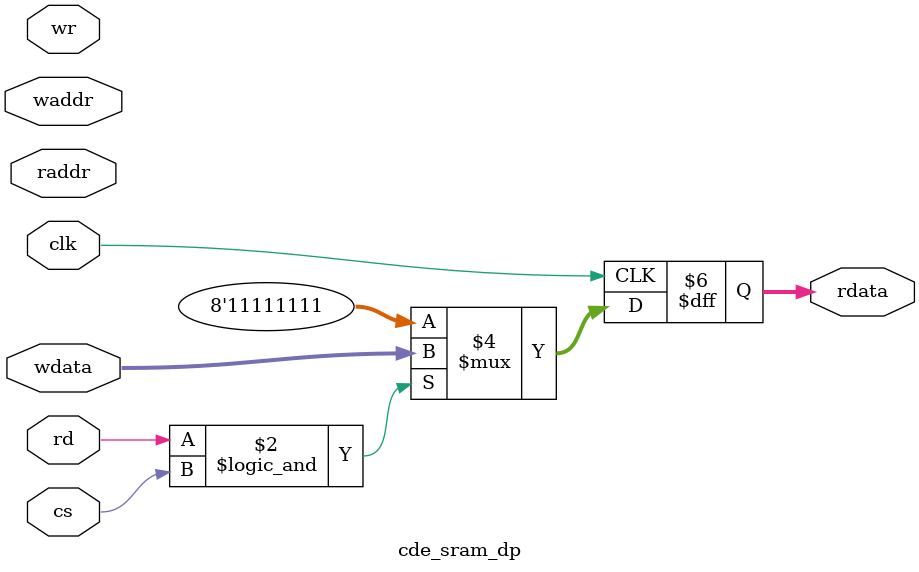
<source format=v>
 module 
  cde_sram_dp 
    #( parameter 
      ADDR=10,
      WIDTH=8,
      WORDS=1024,
      WRITETHRU=0
      )
     (
 input   wire                 clk,
 input   wire                 cs,
 input   wire                 rd,
 input   wire                 wr,
 input   wire    [ ADDR-1 :  0]        raddr,
 input   wire    [ ADDR-1 :  0]        waddr,
 input   wire    [ WIDTH-1 :  0]        wdata,
 output   reg    [ WIDTH-1 :  0]        rdata);
  // Simple loop back for linting and code coverage
  always@(posedge clk)
        if( rd && cs ) rdata             <= wdata;
        else           rdata             <= {WIDTH{1'b1}};
  endmodule

</source>
